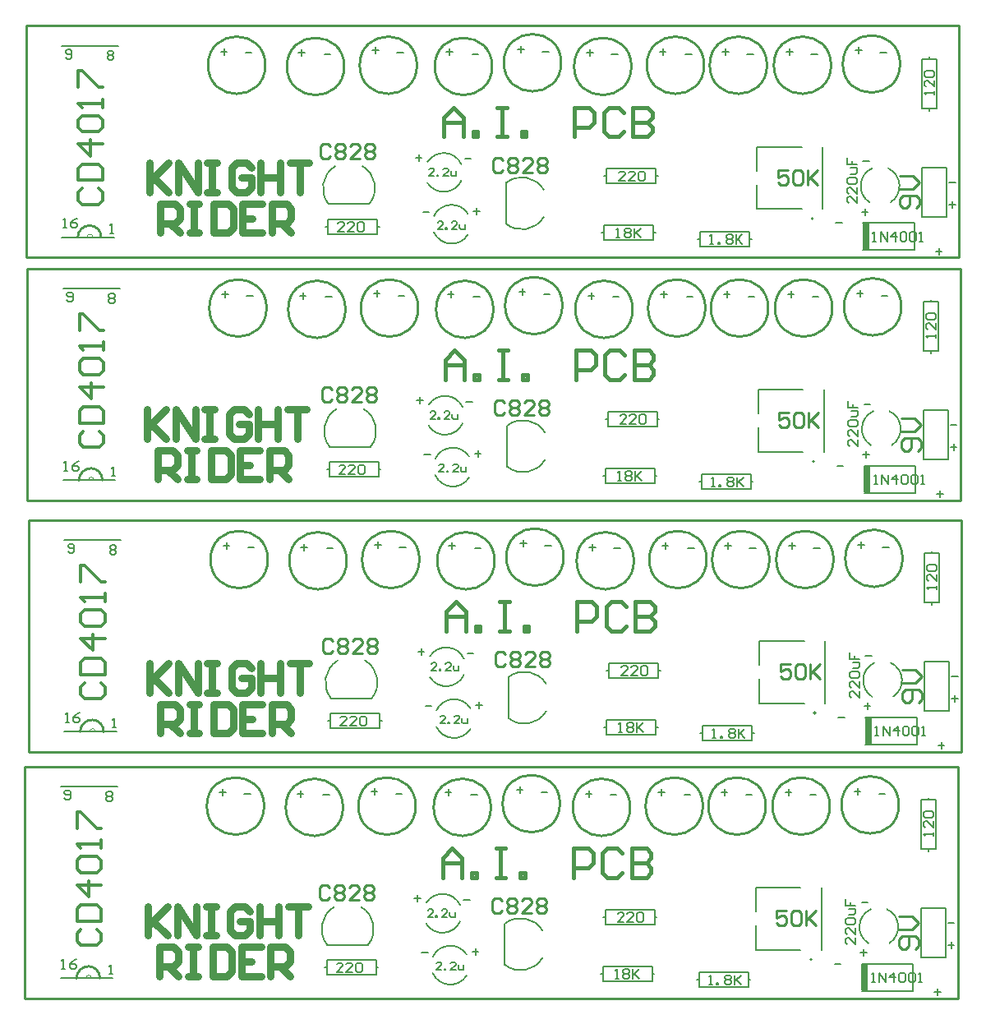
<source format=gto>
G04 Layer_Color=65535*
%FSLAX25Y25*%
%MOIN*%
G70*
G01*
G75*
%ADD26C,0.00800*%
%ADD27C,0.00000*%
%ADD28C,0.00787*%
%ADD29C,0.01000*%
%ADD30C,0.00600*%
%ADD31C,0.00500*%
%ADD32C,0.03150*%
%ADD33C,0.01575*%
%ADD34C,0.01181*%
%ADD35R,0.03150X0.11024*%
D26*
X202163Y116764D02*
G03*
X217548Y119477I6555J7811D01*
G01*
X217536Y130543D02*
G03*
X202180Y133251I-8855J-5321D01*
G01*
X146736Y124663D02*
G03*
X144023Y140049I-7811J6555D01*
G01*
X132957Y140036D02*
G03*
X130249Y124680I5321J-8855D01*
G01*
X201663Y218764D02*
G03*
X217049Y221477I6555J7811D01*
G01*
X217036Y232543D02*
G03*
X201680Y235251I-8855J-5321D01*
G01*
X146236Y226663D02*
G03*
X143523Y242049I-7811J6555D01*
G01*
X132457Y242036D02*
G03*
X129749Y226680I5321J-8855D01*
G01*
X201163Y317264D02*
G03*
X216548Y319977I6555J7811D01*
G01*
X216536Y331043D02*
G03*
X201180Y333751I-8855J-5321D01*
G01*
X145736Y325163D02*
G03*
X143023Y340548I-7811J6555D01*
G01*
X131957Y340536D02*
G03*
X129249Y325180I5321J-8855D01*
G01*
X145236Y24663D02*
G03*
X142523Y40049I-7811J6555D01*
G01*
X131457Y40036D02*
G03*
X128749Y24680I5321J-8855D01*
G01*
X200663Y16764D02*
G03*
X216049Y19477I6555J7811D01*
G01*
X216036Y30543D02*
G03*
X200680Y33251I-8855J-5321D01*
G01*
X202201Y116732D02*
Y133268D01*
X130232Y124701D02*
X146768D01*
X201701Y218732D02*
Y235268D01*
X129732Y226701D02*
X146268D01*
X201201Y317232D02*
Y333768D01*
X129232Y325201D02*
X145768D01*
X128732Y24701D02*
X145268D01*
X200701Y16732D02*
Y33268D01*
D27*
X34700Y111200D02*
G03*
X32300Y111200I-1200J0D01*
G01*
X34200Y213200D02*
G03*
X31800Y213200I-1200J0D01*
G01*
X33700Y311700D02*
G03*
X31300Y311700I-1200J0D01*
G01*
X33200Y11200D02*
G03*
X30800Y11200I-1200J0D01*
G01*
D28*
X170360Y133268D02*
G03*
X184161Y134226I6640J4232D01*
G01*
Y140774D02*
G03*
X170360Y141732I-7161J-3274D01*
G01*
X186797Y120732D02*
G03*
X172996Y119774I-6640J-4232D01*
G01*
Y113226D02*
G03*
X186797Y112268I7161J3274D01*
G01*
X326894Y118807D02*
G03*
X326894Y118807I-394J0D01*
G01*
X358232Y125360D02*
G03*
X357274Y139161I-4232J6640D01*
G01*
X350726D02*
G03*
X349768Y125360I3274J-7161D01*
G01*
X169860Y235268D02*
G03*
X183661Y236226I6640J4232D01*
G01*
Y242774D02*
G03*
X169860Y243732I-7161J-3274D01*
G01*
X186297Y222732D02*
G03*
X172496Y221774I-6640J-4232D01*
G01*
Y215226D02*
G03*
X186297Y214268I7161J3274D01*
G01*
X326394Y220807D02*
G03*
X326394Y220807I-394J0D01*
G01*
X357732Y227360D02*
G03*
X356774Y241161I-4232J6640D01*
G01*
X350226D02*
G03*
X349268Y227360I3274J-7161D01*
G01*
X169360Y333768D02*
G03*
X183161Y334726I6640J4232D01*
G01*
Y341274D02*
G03*
X169360Y342232I-7161J-3274D01*
G01*
X185797Y321232D02*
G03*
X171996Y320274I-6640J-4232D01*
G01*
Y313726D02*
G03*
X185797Y312768I7161J3274D01*
G01*
X325894Y319307D02*
G03*
X325894Y319307I-394J0D01*
G01*
X357232Y325860D02*
G03*
X356274Y339661I-4232J6640D01*
G01*
X349726D02*
G03*
X348768Y325860I3274J-7161D01*
G01*
X356732Y25360D02*
G03*
X355774Y39161I-4232J6640D01*
G01*
X349226D02*
G03*
X348268Y25360I3274J-7161D01*
G01*
X168860Y33268D02*
G03*
X182661Y34226I6640J4232D01*
G01*
Y40774D02*
G03*
X168860Y41732I-7161J-3274D01*
G01*
X325394Y18807D02*
G03*
X325394Y18807I-394J0D01*
G01*
X185297Y20732D02*
G03*
X171496Y19774I-6640J-4232D01*
G01*
Y13226D02*
G03*
X185297Y12268I7161J3274D01*
G01*
X280100Y110500D02*
X281000D01*
X301000D02*
X301900D01*
X281000D02*
Y113500D01*
X301000D01*
Y107500D02*
Y113500D01*
X281000Y107500D02*
X301000D01*
X281000D02*
Y110500D01*
X262000Y113000D02*
X262900D01*
X241100D02*
X242000D01*
X262000Y110000D02*
Y113000D01*
X242000Y110000D02*
X262000D01*
X242000D02*
Y116000D01*
X262000D01*
Y113000D02*
Y116000D01*
X129100Y115500D02*
X130000D01*
X150000D02*
X150900D01*
X130000D02*
Y118500D01*
X150000D01*
Y112500D02*
Y118500D01*
X130000Y112500D02*
X150000D01*
X130000D02*
Y115500D01*
X263000Y136000D02*
X263900D01*
X242100D02*
X243000D01*
X263000Y133000D02*
Y136000D01*
X243000Y133000D02*
X263000D01*
X243000D02*
Y139000D01*
X263000D01*
Y136000D02*
Y139000D01*
X374000Y162600D02*
Y163500D01*
Y183500D02*
Y184400D01*
X371000Y163500D02*
X374000D01*
X371000D02*
Y183500D01*
X377000D01*
Y163500D02*
Y183500D01*
X374000Y163500D02*
X377000D01*
X371000Y119500D02*
Y139500D01*
Y119500D02*
X381000D01*
Y139500D01*
X371000D02*
X381000D01*
X347067Y117012D02*
X367933D01*
X347067Y105988D02*
X367933D01*
Y117012D01*
X279600Y212500D02*
X280500D01*
X300500D02*
X301400D01*
X280500D02*
Y215500D01*
X300500D01*
Y209500D02*
Y215500D01*
X280500Y209500D02*
X300500D01*
X280500D02*
Y212500D01*
X261500Y215000D02*
X262400D01*
X240600D02*
X241500D01*
X261500Y212000D02*
Y215000D01*
X241500Y212000D02*
X261500D01*
X241500D02*
Y218000D01*
X261500D01*
Y215000D02*
Y218000D01*
X128600Y217500D02*
X129500D01*
X149500D02*
X150400D01*
X129500D02*
Y220500D01*
X149500D01*
Y214500D02*
Y220500D01*
X129500Y214500D02*
X149500D01*
X129500D02*
Y217500D01*
X262500Y238000D02*
X263400D01*
X241600D02*
X242500D01*
X262500Y235000D02*
Y238000D01*
X242500Y235000D02*
X262500D01*
X242500D02*
Y241000D01*
X262500D01*
Y238000D02*
Y241000D01*
X373500Y264600D02*
Y265500D01*
Y285500D02*
Y286400D01*
X370500Y265500D02*
X373500D01*
X370500D02*
Y285500D01*
X376500D01*
Y265500D02*
Y285500D01*
X373500Y265500D02*
X376500D01*
X370500Y221500D02*
Y241500D01*
Y221500D02*
X380500D01*
Y241500D01*
X370500D02*
X380500D01*
X346567Y219012D02*
X367433D01*
X346567Y207988D02*
X367433D01*
Y219012D01*
X279100Y311000D02*
X280000D01*
X300000D02*
X300900D01*
X280000D02*
Y314000D01*
X300000D01*
Y308000D02*
Y314000D01*
X280000Y308000D02*
X300000D01*
X280000D02*
Y311000D01*
X261000Y313500D02*
X261900D01*
X240100D02*
X241000D01*
X261000Y310500D02*
Y313500D01*
X241000Y310500D02*
X261000D01*
X241000D02*
Y316500D01*
X261000D01*
Y313500D02*
Y316500D01*
X128100Y316000D02*
X129000D01*
X149000D02*
X149900D01*
X129000D02*
Y319000D01*
X149000D01*
Y313000D02*
Y319000D01*
X129000Y313000D02*
X149000D01*
X129000D02*
Y316000D01*
X262000Y336500D02*
X262900D01*
X241100D02*
X242000D01*
X262000Y333500D02*
Y336500D01*
X242000Y333500D02*
X262000D01*
X242000D02*
Y339500D01*
X262000D01*
Y336500D02*
Y339500D01*
X373000Y363100D02*
Y364000D01*
Y384000D02*
Y384900D01*
X370000Y364000D02*
X373000D01*
X370000D02*
Y384000D01*
X376000D01*
Y364000D02*
Y384000D01*
X373000Y364000D02*
X376000D01*
X370000Y320000D02*
Y340000D01*
Y320000D02*
X380000D01*
Y340000D01*
X370000D02*
X380000D01*
X346067Y317512D02*
X366933D01*
X346067Y306488D02*
X366933D01*
Y317512D01*
X278600Y10500D02*
X279500D01*
X299500D02*
X300400D01*
X279500D02*
Y13500D01*
X299500D01*
Y7500D02*
Y13500D01*
X279500Y7500D02*
X299500D01*
X279500D02*
Y10500D01*
X345567Y17012D02*
X366433D01*
X345567Y5988D02*
X366433D01*
Y17012D01*
X260500Y13000D02*
X261400D01*
X239600D02*
X240500D01*
X260500Y10000D02*
Y13000D01*
X240500Y10000D02*
X260500D01*
X240500D02*
Y16000D01*
X260500D01*
Y13000D02*
Y16000D01*
X127600Y15500D02*
X128500D01*
X148500D02*
X149400D01*
X128500D02*
Y18500D01*
X148500D01*
Y12500D02*
Y18500D01*
X128500Y12500D02*
X148500D01*
X128500D02*
Y15500D01*
X369500Y19500D02*
Y39500D01*
Y19500D02*
X379500D01*
Y39500D01*
X369500D02*
X379500D01*
X261500Y36000D02*
X262400D01*
X240600D02*
X241500D01*
X261500Y33000D02*
Y36000D01*
X241500Y33000D02*
X261500D01*
X241500D02*
Y39000D01*
X261500D01*
Y36000D02*
Y39000D01*
X372500Y62600D02*
Y63500D01*
Y83500D02*
Y84400D01*
X369500Y63500D02*
X372500D01*
X369500D02*
Y83500D01*
X375500D01*
Y63500D02*
Y83500D01*
X372500Y63500D02*
X375500D01*
X41787Y112787D02*
X43099D01*
X42443D01*
Y116723D01*
X41787Y116067D01*
X40787Y313287D02*
X42099D01*
X41443D01*
Y317223D01*
X40787Y316567D01*
X40287Y12787D02*
X41599D01*
X40943D01*
Y16723D01*
X40287Y16067D01*
X41287Y214787D02*
X42599D01*
X41943D01*
Y218723D01*
X41287Y218067D01*
X250624Y134000D02*
X248000D01*
X250624Y136624D01*
Y137280D01*
X249968Y137936D01*
X248656D01*
X248000Y137280D01*
X254560Y134000D02*
X251936D01*
X254560Y136624D01*
Y137280D01*
X253904Y137936D01*
X252592D01*
X251936Y137280D01*
X255872D02*
X256527Y137936D01*
X257839D01*
X258495Y137280D01*
Y134656D01*
X257839Y134000D01*
X256527D01*
X255872Y134656D01*
Y137280D01*
X247000Y111000D02*
X248312D01*
X247656D01*
Y114936D01*
X247000Y114280D01*
X250280D02*
X250936Y114936D01*
X252248D01*
X252904Y114280D01*
Y113624D01*
X252248Y112968D01*
X252904Y112312D01*
Y111656D01*
X252248Y111000D01*
X250936D01*
X250280Y111656D01*
Y112312D01*
X250936Y112968D01*
X250280Y113624D01*
Y114280D01*
X250936Y112968D02*
X252248D01*
X254216Y114936D02*
Y111000D01*
Y112312D01*
X256839Y114936D01*
X254872Y112968D01*
X256839Y111000D01*
X285000Y108500D02*
X286312D01*
X285656D01*
Y112436D01*
X285000Y111780D01*
X288280Y108500D02*
Y109156D01*
X288936D01*
Y108500D01*
X288280D01*
X291560Y111780D02*
X292215Y112436D01*
X293527D01*
X294183Y111780D01*
Y111124D01*
X293527Y110468D01*
X294183Y109812D01*
Y109156D01*
X293527Y108500D01*
X292215D01*
X291560Y109156D01*
Y109812D01*
X292215Y110468D01*
X291560Y111124D01*
Y111780D01*
X292215Y110468D02*
X293527D01*
X295495Y112436D02*
Y108500D01*
Y109812D01*
X298119Y112436D01*
X296151Y110468D01*
X298119Y108500D01*
X376000Y169000D02*
Y170312D01*
Y169656D01*
X372064D01*
X372720Y169000D01*
X376000Y174904D02*
Y172280D01*
X373376Y174904D01*
X372720D01*
X372064Y174248D01*
Y172936D01*
X372720Y172280D01*
Y176216D02*
X372064Y176872D01*
Y178183D01*
X372720Y178839D01*
X375344D01*
X376000Y178183D01*
Y176872D01*
X375344Y176216D01*
X372720D01*
X344500Y127624D02*
Y125000D01*
X341876Y127624D01*
X341220D01*
X340564Y126968D01*
Y125656D01*
X341220Y125000D01*
X344500Y131560D02*
Y128936D01*
X341876Y131560D01*
X341220D01*
X340564Y130904D01*
Y129592D01*
X341220Y128936D01*
Y132871D02*
X340564Y133527D01*
Y134839D01*
X341220Y135495D01*
X343844D01*
X344500Y134839D01*
Y133527D01*
X343844Y132871D01*
X341220D01*
X341876Y136807D02*
X343844D01*
X344500Y137463D01*
Y139431D01*
X341876D01*
X340564Y143367D02*
Y140743D01*
X342532D01*
Y142055D01*
Y140743D01*
X344500D01*
X351000Y109500D02*
X352312D01*
X351656D01*
Y113436D01*
X351000Y112780D01*
X354280Y109500D02*
Y113436D01*
X356904Y109500D01*
Y113436D01*
X360183Y109500D02*
Y113436D01*
X358215Y111468D01*
X360839D01*
X362151Y112780D02*
X362807Y113436D01*
X364119D01*
X364775Y112780D01*
Y110156D01*
X364119Y109500D01*
X362807D01*
X362151Y110156D01*
Y112780D01*
X366087D02*
X366743Y113436D01*
X368055D01*
X368711Y112780D01*
Y110156D01*
X368055Y109500D01*
X366743D01*
X366087Y110156D01*
Y112780D01*
X370023Y109500D02*
X371335D01*
X370679D01*
Y113436D01*
X370023Y112780D01*
X173099Y136000D02*
X171000D01*
X173099Y138099D01*
Y138624D01*
X172574Y139149D01*
X171525D01*
X171000Y138624D01*
X174149Y136000D02*
Y136525D01*
X174673D01*
Y136000D01*
X174149D01*
X178872D02*
X176772D01*
X178872Y138099D01*
Y138624D01*
X178347Y139149D01*
X177297D01*
X176772Y138624D01*
X179921Y138099D02*
Y136525D01*
X180446Y136000D01*
X182020D01*
Y138099D01*
X86500Y186468D02*
X89124D01*
X87812Y187780D02*
Y185156D01*
X118000Y185968D02*
X120624D01*
X119312Y187280D02*
Y184656D01*
X148000Y186968D02*
X150624D01*
X149312Y188280D02*
Y185656D01*
X178000Y186468D02*
X180624D01*
X179312Y187780D02*
Y185156D01*
X207000Y187468D02*
X209624D01*
X208312Y188780D02*
Y186156D01*
X235000Y185968D02*
X237624D01*
X236312Y187280D02*
Y184656D01*
X264500Y186468D02*
X267124D01*
X265812Y187780D02*
Y185156D01*
X290000Y186468D02*
X292624D01*
X291312Y187780D02*
Y185156D01*
X316000Y186468D02*
X318624D01*
X317312Y187780D02*
Y185156D01*
X344000Y186968D02*
X346624D01*
X345312Y188280D02*
Y185656D01*
X96500Y185968D02*
X99124D01*
X128500Y185468D02*
X131124D01*
X158000Y185968D02*
X160624D01*
X188500Y185468D02*
X191124D01*
X217000Y186468D02*
X219624D01*
X245000Y185468D02*
X247624D01*
X275000D02*
X277624D01*
X300000D02*
X302624D01*
X326000D02*
X328624D01*
X354000Y185968D02*
X356624D01*
X176599Y114500D02*
X174500D01*
X176599Y116599D01*
Y117124D01*
X176074Y117649D01*
X175025D01*
X174500Y117124D01*
X177649Y114500D02*
Y115025D01*
X178173D01*
Y114500D01*
X177649D01*
X182371D02*
X180272D01*
X182371Y116599D01*
Y117124D01*
X181847Y117649D01*
X180797D01*
X180272Y117124D01*
X183421Y116599D02*
Y115025D01*
X183946Y114500D01*
X185520D01*
Y116599D01*
X382000Y124468D02*
X384624D01*
X383312Y125780D02*
Y123156D01*
X382000Y133468D02*
X384624D01*
X136624Y113500D02*
X134000D01*
X136624Y116124D01*
Y116780D01*
X135968Y117436D01*
X134656D01*
X134000Y116780D01*
X140560Y113500D02*
X137936D01*
X140560Y116124D01*
Y116780D01*
X139904Y117436D01*
X138592D01*
X137936Y116780D01*
X141872D02*
X142527Y117436D01*
X143839D01*
X144495Y116780D01*
Y114156D01*
X143839Y113500D01*
X142527D01*
X141872Y114156D01*
Y116780D01*
X165500Y143468D02*
X168124D01*
X166812Y144780D02*
Y142156D01*
X189009Y121862D02*
X191633D01*
X190321Y123174D02*
Y120551D01*
X185500Y142968D02*
X188124D01*
X168500Y121468D02*
X171124D01*
X346500D02*
X349124D01*
X347812Y122780D02*
Y120156D01*
X347000Y141968D02*
X349624D01*
X336000Y116968D02*
X338624D01*
X376500Y105468D02*
X379124D01*
X377812Y106780D02*
Y104156D01*
X40500Y186280D02*
X41156Y186936D01*
X42468D01*
X43124Y186280D01*
Y185624D01*
X42468Y184968D01*
X43124Y184312D01*
Y183656D01*
X42468Y183000D01*
X41156D01*
X40500Y183656D01*
Y184312D01*
X41156Y184968D01*
X40500Y185624D01*
Y186280D01*
X41156Y184968D02*
X42468D01*
X23500Y184156D02*
X24156Y183500D01*
X25468D01*
X26124Y184156D01*
Y186780D01*
X25468Y187436D01*
X24156D01*
X23500Y186780D01*
Y186124D01*
X24156Y185468D01*
X26124D01*
X22500Y115000D02*
X23812D01*
X23156D01*
Y118936D01*
X22500Y118280D01*
X28404Y118936D02*
X27092Y118280D01*
X25780Y116968D01*
Y115656D01*
X26436Y115000D01*
X27748D01*
X28404Y115656D01*
Y116312D01*
X27748Y116968D01*
X25780D01*
X250124Y236000D02*
X247500D01*
X250124Y238624D01*
Y239280D01*
X249468Y239936D01*
X248156D01*
X247500Y239280D01*
X254060Y236000D02*
X251436D01*
X254060Y238624D01*
Y239280D01*
X253404Y239936D01*
X252092D01*
X251436Y239280D01*
X255371D02*
X256027Y239936D01*
X257339D01*
X257995Y239280D01*
Y236656D01*
X257339Y236000D01*
X256027D01*
X255371Y236656D01*
Y239280D01*
X246500Y213000D02*
X247812D01*
X247156D01*
Y216936D01*
X246500Y216280D01*
X249780D02*
X250436Y216936D01*
X251748D01*
X252404Y216280D01*
Y215624D01*
X251748Y214968D01*
X252404Y214312D01*
Y213656D01*
X251748Y213000D01*
X250436D01*
X249780Y213656D01*
Y214312D01*
X250436Y214968D01*
X249780Y215624D01*
Y216280D01*
X250436Y214968D02*
X251748D01*
X253715Y216936D02*
Y213000D01*
Y214312D01*
X256339Y216936D01*
X254372Y214968D01*
X256339Y213000D01*
X284500Y210500D02*
X285812D01*
X285156D01*
Y214436D01*
X284500Y213780D01*
X287780Y210500D02*
Y211156D01*
X288436D01*
Y210500D01*
X287780D01*
X291060Y213780D02*
X291716Y214436D01*
X293027D01*
X293683Y213780D01*
Y213124D01*
X293027Y212468D01*
X293683Y211812D01*
Y211156D01*
X293027Y210500D01*
X291716D01*
X291060Y211156D01*
Y211812D01*
X291716Y212468D01*
X291060Y213124D01*
Y213780D01*
X291716Y212468D02*
X293027D01*
X294995Y214436D02*
Y210500D01*
Y211812D01*
X297619Y214436D01*
X295651Y212468D01*
X297619Y210500D01*
X375500Y271000D02*
Y272312D01*
Y271656D01*
X371564D01*
X372220Y271000D01*
X375500Y276904D02*
Y274280D01*
X372876Y276904D01*
X372220D01*
X371564Y276248D01*
Y274936D01*
X372220Y274280D01*
Y278216D02*
X371564Y278871D01*
Y280183D01*
X372220Y280839D01*
X374844D01*
X375500Y280183D01*
Y278871D01*
X374844Y278216D01*
X372220D01*
X344000Y229624D02*
Y227000D01*
X341376Y229624D01*
X340720D01*
X340064Y228968D01*
Y227656D01*
X340720Y227000D01*
X344000Y233560D02*
Y230936D01*
X341376Y233560D01*
X340720D01*
X340064Y232904D01*
Y231592D01*
X340720Y230936D01*
Y234872D02*
X340064Y235527D01*
Y236839D01*
X340720Y237495D01*
X343344D01*
X344000Y236839D01*
Y235527D01*
X343344Y234872D01*
X340720D01*
X341376Y238807D02*
X343344D01*
X344000Y239463D01*
Y241431D01*
X341376D01*
X340064Y245367D02*
Y242743D01*
X342032D01*
Y244055D01*
Y242743D01*
X344000D01*
X350500Y211500D02*
X351812D01*
X351156D01*
Y215436D01*
X350500Y214780D01*
X353780Y211500D02*
Y215436D01*
X356404Y211500D01*
Y215436D01*
X359683Y211500D02*
Y215436D01*
X357716Y213468D01*
X360339D01*
X361651Y214780D02*
X362307Y215436D01*
X363619D01*
X364275Y214780D01*
Y212156D01*
X363619Y211500D01*
X362307D01*
X361651Y212156D01*
Y214780D01*
X365587D02*
X366243Y215436D01*
X367555D01*
X368211Y214780D01*
Y212156D01*
X367555Y211500D01*
X366243D01*
X365587Y212156D01*
Y214780D01*
X369523Y211500D02*
X370835D01*
X370179D01*
Y215436D01*
X369523Y214780D01*
X172599Y238000D02*
X170500D01*
X172599Y240099D01*
Y240624D01*
X172074Y241149D01*
X171025D01*
X170500Y240624D01*
X173649Y238000D02*
Y238525D01*
X174173D01*
Y238000D01*
X173649D01*
X178372D02*
X176272D01*
X178372Y240099D01*
Y240624D01*
X177847Y241149D01*
X176797D01*
X176272Y240624D01*
X179421Y240099D02*
Y238525D01*
X179946Y238000D01*
X181520D01*
Y240099D01*
X86000Y288468D02*
X88624D01*
X87312Y289780D02*
Y287156D01*
X117500Y287968D02*
X120124D01*
X118812Y289280D02*
Y286656D01*
X147500Y288968D02*
X150124D01*
X148812Y290280D02*
Y287656D01*
X177500Y288468D02*
X180124D01*
X178812Y289780D02*
Y287156D01*
X206500Y289468D02*
X209124D01*
X207812Y290780D02*
Y288156D01*
X234500Y287968D02*
X237124D01*
X235812Y289280D02*
Y286656D01*
X264000Y288468D02*
X266624D01*
X265312Y289780D02*
Y287156D01*
X289500Y288468D02*
X292124D01*
X290812Y289780D02*
Y287156D01*
X315500Y288468D02*
X318124D01*
X316812Y289780D02*
Y287156D01*
X343500Y288968D02*
X346124D01*
X344812Y290280D02*
Y287656D01*
X96000Y287968D02*
X98624D01*
X128000Y287468D02*
X130624D01*
X157500Y287968D02*
X160124D01*
X188000Y287468D02*
X190624D01*
X216500Y288468D02*
X219124D01*
X244500Y287468D02*
X247124D01*
X274500D02*
X277124D01*
X299500D02*
X302124D01*
X325500D02*
X328124D01*
X353500Y287968D02*
X356124D01*
X176099Y216500D02*
X174000D01*
X176099Y218599D01*
Y219124D01*
X175574Y219649D01*
X174525D01*
X174000Y219124D01*
X177149Y216500D02*
Y217025D01*
X177673D01*
Y216500D01*
X177149D01*
X181871D02*
X179772D01*
X181871Y218599D01*
Y219124D01*
X181347Y219649D01*
X180297D01*
X179772Y219124D01*
X182921Y218599D02*
Y217025D01*
X183446Y216500D01*
X185020D01*
Y218599D01*
X381500Y226468D02*
X384124D01*
X382812Y227780D02*
Y225156D01*
X381500Y235468D02*
X384124D01*
X136124Y215500D02*
X133500D01*
X136124Y218124D01*
Y218780D01*
X135468Y219436D01*
X134156D01*
X133500Y218780D01*
X140060Y215500D02*
X137436D01*
X140060Y218124D01*
Y218780D01*
X139404Y219436D01*
X138092D01*
X137436Y218780D01*
X141372D02*
X142027Y219436D01*
X143339D01*
X143995Y218780D01*
Y216156D01*
X143339Y215500D01*
X142027D01*
X141372Y216156D01*
Y218780D01*
X165000Y245468D02*
X167624D01*
X166312Y246780D02*
Y244156D01*
X188509Y223863D02*
X191133D01*
X189821Y225174D02*
Y222551D01*
X185000Y244968D02*
X187624D01*
X168000Y223468D02*
X170624D01*
X346000D02*
X348624D01*
X347312Y224780D02*
Y222156D01*
X346500Y243968D02*
X349124D01*
X335500Y218968D02*
X338124D01*
X376000Y207468D02*
X378624D01*
X377312Y208780D02*
Y206156D01*
X40000Y288280D02*
X40656Y288936D01*
X41968D01*
X42624Y288280D01*
Y287624D01*
X41968Y286968D01*
X42624Y286312D01*
Y285656D01*
X41968Y285000D01*
X40656D01*
X40000Y285656D01*
Y286312D01*
X40656Y286968D01*
X40000Y287624D01*
Y288280D01*
X40656Y286968D02*
X41968D01*
X23000Y286156D02*
X23656Y285500D01*
X24968D01*
X25624Y286156D01*
Y288780D01*
X24968Y289436D01*
X23656D01*
X23000Y288780D01*
Y288124D01*
X23656Y287468D01*
X25624D01*
X22000Y217000D02*
X23312D01*
X22656D01*
Y220936D01*
X22000Y220280D01*
X27904Y220936D02*
X26592Y220280D01*
X25280Y218968D01*
Y217656D01*
X25936Y217000D01*
X27248D01*
X27904Y217656D01*
Y218312D01*
X27248Y218968D01*
X25280D01*
X249624Y334500D02*
X247000D01*
X249624Y337124D01*
Y337780D01*
X248968Y338436D01*
X247656D01*
X247000Y337780D01*
X253560Y334500D02*
X250936D01*
X253560Y337124D01*
Y337780D01*
X252904Y338436D01*
X251592D01*
X250936Y337780D01*
X254872D02*
X255527Y338436D01*
X256839D01*
X257495Y337780D01*
Y335156D01*
X256839Y334500D01*
X255527D01*
X254872Y335156D01*
Y337780D01*
X246000Y311500D02*
X247312D01*
X246656D01*
Y315436D01*
X246000Y314780D01*
X249280D02*
X249936Y315436D01*
X251248D01*
X251904Y314780D01*
Y314124D01*
X251248Y313468D01*
X251904Y312812D01*
Y312156D01*
X251248Y311500D01*
X249936D01*
X249280Y312156D01*
Y312812D01*
X249936Y313468D01*
X249280Y314124D01*
Y314780D01*
X249936Y313468D02*
X251248D01*
X253216Y315436D02*
Y311500D01*
Y312812D01*
X255839Y315436D01*
X253871Y313468D01*
X255839Y311500D01*
X284000Y309000D02*
X285312D01*
X284656D01*
Y312936D01*
X284000Y312280D01*
X287280Y309000D02*
Y309656D01*
X287936D01*
Y309000D01*
X287280D01*
X290560Y312280D02*
X291215Y312936D01*
X292527D01*
X293183Y312280D01*
Y311624D01*
X292527Y310968D01*
X293183Y310312D01*
Y309656D01*
X292527Y309000D01*
X291215D01*
X290560Y309656D01*
Y310312D01*
X291215Y310968D01*
X290560Y311624D01*
Y312280D01*
X291215Y310968D02*
X292527D01*
X294495Y312936D02*
Y309000D01*
Y310312D01*
X297119Y312936D01*
X295151Y310968D01*
X297119Y309000D01*
X375000Y369500D02*
Y370812D01*
Y370156D01*
X371064D01*
X371720Y369500D01*
X375000Y375404D02*
Y372780D01*
X372376Y375404D01*
X371720D01*
X371064Y374748D01*
Y373436D01*
X371720Y372780D01*
Y376715D02*
X371064Y377372D01*
Y378683D01*
X371720Y379339D01*
X374344D01*
X375000Y378683D01*
Y377372D01*
X374344Y376715D01*
X371720D01*
X343500Y328124D02*
Y325500D01*
X340876Y328124D01*
X340220D01*
X339564Y327468D01*
Y326156D01*
X340220Y325500D01*
X343500Y332060D02*
Y329436D01*
X340876Y332060D01*
X340220D01*
X339564Y331404D01*
Y330092D01*
X340220Y329436D01*
Y333371D02*
X339564Y334027D01*
Y335339D01*
X340220Y335995D01*
X342844D01*
X343500Y335339D01*
Y334027D01*
X342844Y333371D01*
X340220D01*
X340876Y337307D02*
X342844D01*
X343500Y337963D01*
Y339931D01*
X340876D01*
X339564Y343867D02*
Y341243D01*
X341532D01*
Y342555D01*
Y341243D01*
X343500D01*
X350000Y310000D02*
X351312D01*
X350656D01*
Y313936D01*
X350000Y313280D01*
X353280Y310000D02*
Y313936D01*
X355904Y310000D01*
Y313936D01*
X359183Y310000D02*
Y313936D01*
X357215Y311968D01*
X359839D01*
X361151Y313280D02*
X361807Y313936D01*
X363119D01*
X363775Y313280D01*
Y310656D01*
X363119Y310000D01*
X361807D01*
X361151Y310656D01*
Y313280D01*
X365087D02*
X365743Y313936D01*
X367055D01*
X367711Y313280D01*
Y310656D01*
X367055Y310000D01*
X365743D01*
X365087Y310656D01*
Y313280D01*
X369023Y310000D02*
X370335D01*
X369679D01*
Y313936D01*
X369023Y313280D01*
X172099Y336500D02*
X170000D01*
X172099Y338599D01*
Y339124D01*
X171574Y339649D01*
X170525D01*
X170000Y339124D01*
X173149Y336500D02*
Y337025D01*
X173673D01*
Y336500D01*
X173149D01*
X177872D02*
X175772D01*
X177872Y338599D01*
Y339124D01*
X177347Y339649D01*
X176297D01*
X175772Y339124D01*
X178921Y338599D02*
Y337025D01*
X179446Y336500D01*
X181020D01*
Y338599D01*
X85500Y386968D02*
X88124D01*
X86812Y388280D02*
Y385656D01*
X117000Y386468D02*
X119624D01*
X118312Y387780D02*
Y385156D01*
X147000Y387468D02*
X149624D01*
X148312Y388780D02*
Y386156D01*
X177000Y386968D02*
X179624D01*
X178312Y388280D02*
Y385656D01*
X206000Y387968D02*
X208624D01*
X207312Y389280D02*
Y386656D01*
X234000Y386468D02*
X236624D01*
X235312Y387780D02*
Y385156D01*
X263500Y386968D02*
X266124D01*
X264812Y388280D02*
Y385656D01*
X289000Y386968D02*
X291624D01*
X290312Y388280D02*
Y385656D01*
X315000Y386968D02*
X317624D01*
X316312Y388280D02*
Y385656D01*
X343000Y387468D02*
X345624D01*
X344312Y388780D02*
Y386156D01*
X95500Y386468D02*
X98124D01*
X127500Y385968D02*
X130124D01*
X157000Y386468D02*
X159624D01*
X187500Y385968D02*
X190124D01*
X216000Y386968D02*
X218624D01*
X244000Y385968D02*
X246624D01*
X274000D02*
X276624D01*
X299000D02*
X301624D01*
X325000D02*
X327624D01*
X353000Y386468D02*
X355624D01*
X175599Y315000D02*
X173500D01*
X175599Y317099D01*
Y317624D01*
X175074Y318149D01*
X174025D01*
X173500Y317624D01*
X176649Y315000D02*
Y315525D01*
X177173D01*
Y315000D01*
X176649D01*
X181371D02*
X179272D01*
X181371Y317099D01*
Y317624D01*
X180847Y318149D01*
X179797D01*
X179272Y317624D01*
X182421Y317099D02*
Y315525D01*
X182946Y315000D01*
X184520D01*
Y317099D01*
X381000Y324968D02*
X383624D01*
X382312Y326280D02*
Y323656D01*
X381000Y333968D02*
X383624D01*
X135624Y314000D02*
X133000D01*
X135624Y316624D01*
Y317280D01*
X134968Y317936D01*
X133656D01*
X133000Y317280D01*
X139560Y314000D02*
X136936D01*
X139560Y316624D01*
Y317280D01*
X138904Y317936D01*
X137592D01*
X136936Y317280D01*
X140872D02*
X141527Y317936D01*
X142839D01*
X143495Y317280D01*
Y314656D01*
X142839Y314000D01*
X141527D01*
X140872Y314656D01*
Y317280D01*
X164500Y343968D02*
X167124D01*
X165812Y345280D02*
Y342656D01*
X188009Y322362D02*
X190633D01*
X189321Y323674D02*
Y321051D01*
X184500Y343468D02*
X187124D01*
X167500Y321968D02*
X170124D01*
X345500D02*
X348124D01*
X346812Y323280D02*
Y320656D01*
X346000Y342468D02*
X348624D01*
X335000Y317468D02*
X337624D01*
X375500Y305968D02*
X378124D01*
X376812Y307280D02*
Y304656D01*
X39500Y386780D02*
X40156Y387436D01*
X41468D01*
X42124Y386780D01*
Y386124D01*
X41468Y385468D01*
X42124Y384812D01*
Y384156D01*
X41468Y383500D01*
X40156D01*
X39500Y384156D01*
Y384812D01*
X40156Y385468D01*
X39500Y386124D01*
Y386780D01*
X40156Y385468D02*
X41468D01*
X22500Y384656D02*
X23156Y384000D01*
X24468D01*
X25124Y384656D01*
Y387280D01*
X24468Y387936D01*
X23156D01*
X22500Y387280D01*
Y386624D01*
X23156Y385968D01*
X25124D01*
X21500Y315500D02*
X22812D01*
X22156D01*
Y319436D01*
X21500Y318780D01*
X27404Y319436D02*
X26092Y318780D01*
X24780Y317468D01*
Y316156D01*
X25436Y315500D01*
X26748D01*
X27404Y316156D01*
Y316812D01*
X26748Y317468D01*
X24780D01*
X21000Y15000D02*
X22312D01*
X21656D01*
Y18936D01*
X21000Y18280D01*
X26904Y18936D02*
X25592Y18280D01*
X24280Y16968D01*
Y15656D01*
X24936Y15000D01*
X26248D01*
X26904Y15656D01*
Y16312D01*
X26248Y16968D01*
X24280D01*
X22000Y84156D02*
X22656Y83500D01*
X23968D01*
X24624Y84156D01*
Y86780D01*
X23968Y87436D01*
X22656D01*
X22000Y86780D01*
Y86124D01*
X22656Y85468D01*
X24624D01*
X39000Y86280D02*
X39656Y86936D01*
X40968D01*
X41624Y86280D01*
Y85624D01*
X40968Y84968D01*
X41624Y84312D01*
Y83656D01*
X40968Y83000D01*
X39656D01*
X39000Y83656D01*
Y84312D01*
X39656Y84968D01*
X39000Y85624D01*
Y86280D01*
X39656Y84968D02*
X40968D01*
X375000Y5468D02*
X377624D01*
X376312Y6780D02*
Y4156D01*
X334500Y16968D02*
X337124D01*
X345500Y41968D02*
X348124D01*
X345000Y21468D02*
X347624D01*
X346312Y22780D02*
Y20156D01*
X167000Y21468D02*
X169624D01*
X184000Y42968D02*
X186624D01*
X187509Y21862D02*
X190133D01*
X188821Y23174D02*
Y20551D01*
X164000Y43468D02*
X166624D01*
X165312Y44780D02*
Y42156D01*
X135124Y13500D02*
X132500D01*
X135124Y16124D01*
Y16780D01*
X134468Y17436D01*
X133156D01*
X132500Y16780D01*
X139060Y13500D02*
X136436D01*
X139060Y16124D01*
Y16780D01*
X138404Y17436D01*
X137092D01*
X136436Y16780D01*
X140372D02*
X141027Y17436D01*
X142339D01*
X142995Y16780D01*
Y14156D01*
X142339Y13500D01*
X141027D01*
X140372Y14156D01*
Y16780D01*
X380500Y33468D02*
X383124D01*
X380500Y24468D02*
X383124D01*
X381812Y25780D02*
Y23156D01*
X175099Y14500D02*
X173000D01*
X175099Y16599D01*
Y17124D01*
X174574Y17649D01*
X173525D01*
X173000Y17124D01*
X176149Y14500D02*
Y15025D01*
X176673D01*
Y14500D01*
X176149D01*
X180871D02*
X178772D01*
X180871Y16599D01*
Y17124D01*
X180347Y17649D01*
X179297D01*
X178772Y17124D01*
X181921Y16599D02*
Y15025D01*
X182446Y14500D01*
X184020D01*
Y16599D01*
X352500Y85968D02*
X355124D01*
X324500Y85468D02*
X327124D01*
X298500D02*
X301124D01*
X273500D02*
X276124D01*
X243500D02*
X246124D01*
X215500Y86468D02*
X218124D01*
X187000Y85468D02*
X189624D01*
X156500Y85968D02*
X159124D01*
X127000Y85468D02*
X129624D01*
X95000Y85968D02*
X97624D01*
X342500Y86968D02*
X345124D01*
X343812Y88280D02*
Y85656D01*
X314500Y86468D02*
X317124D01*
X315812Y87780D02*
Y85156D01*
X288500Y86468D02*
X291124D01*
X289812Y87780D02*
Y85156D01*
X263000Y86468D02*
X265624D01*
X264312Y87780D02*
Y85156D01*
X233500Y85968D02*
X236124D01*
X234812Y87280D02*
Y84656D01*
X205500Y87468D02*
X208124D01*
X206812Y88780D02*
Y86156D01*
X176500Y86468D02*
X179124D01*
X177812Y87780D02*
Y85156D01*
X146500Y86968D02*
X149124D01*
X147812Y88280D02*
Y85656D01*
X116500Y85968D02*
X119124D01*
X117812Y87280D02*
Y84656D01*
X85000Y86468D02*
X87624D01*
X86312Y87780D02*
Y85156D01*
X171599Y36000D02*
X169500D01*
X171599Y38099D01*
Y38624D01*
X171074Y39149D01*
X170025D01*
X169500Y38624D01*
X172649Y36000D02*
Y36525D01*
X173173D01*
Y36000D01*
X172649D01*
X177372D02*
X175272D01*
X177372Y38099D01*
Y38624D01*
X176847Y39149D01*
X175797D01*
X175272Y38624D01*
X178421Y38099D02*
Y36525D01*
X178946Y36000D01*
X180520D01*
Y38099D01*
X349500Y9500D02*
X350812D01*
X350156D01*
Y13436D01*
X349500Y12780D01*
X352780Y9500D02*
Y13436D01*
X355404Y9500D01*
Y13436D01*
X358683Y9500D02*
Y13436D01*
X356715Y11468D01*
X359339D01*
X360651Y12780D02*
X361307Y13436D01*
X362619D01*
X363275Y12780D01*
Y10156D01*
X362619Y9500D01*
X361307D01*
X360651Y10156D01*
Y12780D01*
X364587D02*
X365243Y13436D01*
X366555D01*
X367211Y12780D01*
Y10156D01*
X366555Y9500D01*
X365243D01*
X364587Y10156D01*
Y12780D01*
X368523Y9500D02*
X369835D01*
X369179D01*
Y13436D01*
X368523Y12780D01*
X343000Y27624D02*
Y25000D01*
X340376Y27624D01*
X339720D01*
X339064Y26968D01*
Y25656D01*
X339720Y25000D01*
X343000Y31560D02*
Y28936D01*
X340376Y31560D01*
X339720D01*
X339064Y30904D01*
Y29592D01*
X339720Y28936D01*
Y32871D02*
X339064Y33527D01*
Y34839D01*
X339720Y35495D01*
X342344D01*
X343000Y34839D01*
Y33527D01*
X342344Y32871D01*
X339720D01*
X340376Y36807D02*
X342344D01*
X343000Y37463D01*
Y39431D01*
X340376D01*
X339064Y43367D02*
Y40743D01*
X341032D01*
Y42055D01*
Y40743D01*
X343000D01*
X374500Y69000D02*
Y70312D01*
Y69656D01*
X370564D01*
X371220Y69000D01*
X374500Y74904D02*
Y72280D01*
X371876Y74904D01*
X371220D01*
X370564Y74248D01*
Y72936D01*
X371220Y72280D01*
Y76215D02*
X370564Y76872D01*
Y78183D01*
X371220Y78839D01*
X373844D01*
X374500Y78183D01*
Y76872D01*
X373844Y76215D01*
X371220D01*
X283500Y8500D02*
X284812D01*
X284156D01*
Y12436D01*
X283500Y11780D01*
X286780Y8500D02*
Y9156D01*
X287436D01*
Y8500D01*
X286780D01*
X290060Y11780D02*
X290716Y12436D01*
X292027D01*
X292683Y11780D01*
Y11124D01*
X292027Y10468D01*
X292683Y9812D01*
Y9156D01*
X292027Y8500D01*
X290716D01*
X290060Y9156D01*
Y9812D01*
X290716Y10468D01*
X290060Y11124D01*
Y11780D01*
X290716Y10468D02*
X292027D01*
X293995Y12436D02*
Y8500D01*
Y9812D01*
X296619Y12436D01*
X294651Y10468D01*
X296619Y8500D01*
X245500Y11000D02*
X246812D01*
X246156D01*
Y14936D01*
X245500Y14280D01*
X248780D02*
X249436Y14936D01*
X250748D01*
X251404Y14280D01*
Y13624D01*
X250748Y12968D01*
X251404Y12312D01*
Y11656D01*
X250748Y11000D01*
X249436D01*
X248780Y11656D01*
Y12312D01*
X249436Y12968D01*
X248780Y13624D01*
Y14280D01*
X249436Y12968D02*
X250748D01*
X252715Y14936D02*
Y11000D01*
Y12312D01*
X255339Y14936D01*
X253372Y12968D01*
X255339Y11000D01*
X249124Y34000D02*
X246500D01*
X249124Y36624D01*
Y37280D01*
X248468Y37936D01*
X247156D01*
X246500Y37280D01*
X253060Y34000D02*
X250436D01*
X253060Y36624D01*
Y37280D01*
X252404Y37936D01*
X251092D01*
X250436Y37280D01*
X254372D02*
X255027Y37936D01*
X256339D01*
X256995Y37280D01*
Y34656D01*
X256339Y34000D01*
X255027D01*
X254372Y34656D01*
Y37280D01*
D29*
X362114Y181500D02*
G03*
X362114Y181500I-11614J0D01*
G01*
X334114Y181000D02*
G03*
X334114Y181000I-11614J0D01*
G01*
X308114D02*
G03*
X308114Y181000I-11614J0D01*
G01*
X282614D02*
G03*
X282614Y181000I-11614J0D01*
G01*
X253114Y180500D02*
G03*
X253114Y180500I-11614J0D01*
G01*
X224614Y182000D02*
G03*
X224614Y182000I-11614J0D01*
G01*
X196614Y180500D02*
G03*
X196614Y180500I-11614J0D01*
G01*
X166114Y181000D02*
G03*
X166114Y181000I-11614J0D01*
G01*
X136614Y180500D02*
G03*
X136614Y180500I-11614J0D01*
G01*
X104614Y181000D02*
G03*
X104614Y181000I-11614J0D01*
G01*
X38000Y111200D02*
G03*
X33500Y116000I-4650J150D01*
G01*
D02*
G03*
X28500Y111200I-100J-4900D01*
G01*
X361614Y283500D02*
G03*
X361614Y283500I-11614J0D01*
G01*
X333614Y283000D02*
G03*
X333614Y283000I-11614J0D01*
G01*
X307614D02*
G03*
X307614Y283000I-11614J0D01*
G01*
X282114D02*
G03*
X282114Y283000I-11614J0D01*
G01*
X252614Y282500D02*
G03*
X252614Y282500I-11614J0D01*
G01*
X224114Y284000D02*
G03*
X224114Y284000I-11614J0D01*
G01*
X196114Y282500D02*
G03*
X196114Y282500I-11614J0D01*
G01*
X165614Y283000D02*
G03*
X165614Y283000I-11614J0D01*
G01*
X136114Y282500D02*
G03*
X136114Y282500I-11614J0D01*
G01*
X104114Y283000D02*
G03*
X104114Y283000I-11614J0D01*
G01*
X37500Y213200D02*
G03*
X33000Y218000I-4650J150D01*
G01*
D02*
G03*
X28000Y213200I-100J-4900D01*
G01*
X361114Y382000D02*
G03*
X361114Y382000I-11614J0D01*
G01*
X333114Y381500D02*
G03*
X333114Y381500I-11614J0D01*
G01*
X307114D02*
G03*
X307114Y381500I-11614J0D01*
G01*
X281614D02*
G03*
X281614Y381500I-11614J0D01*
G01*
X252114Y381000D02*
G03*
X252114Y381000I-11614J0D01*
G01*
X223614Y382500D02*
G03*
X223614Y382500I-11614J0D01*
G01*
X195614Y381000D02*
G03*
X195614Y381000I-11614J0D01*
G01*
X165114Y381500D02*
G03*
X165114Y381500I-11614J0D01*
G01*
X135614Y381000D02*
G03*
X135614Y381000I-11614J0D01*
G01*
X103614Y381500D02*
G03*
X103614Y381500I-11614J0D01*
G01*
X37000Y311700D02*
G03*
X32500Y316500I-4650J150D01*
G01*
D02*
G03*
X27500Y311700I-100J-4900D01*
G01*
X32000Y16000D02*
G03*
X27000Y11200I-100J-4900D01*
G01*
X36500D02*
G03*
X32000Y16000I-4650J150D01*
G01*
X332614Y81000D02*
G03*
X332614Y81000I-11614J0D01*
G01*
X103114D02*
G03*
X103114Y81000I-11614J0D01*
G01*
X135114Y80500D02*
G03*
X135114Y80500I-11614J0D01*
G01*
X164614Y81000D02*
G03*
X164614Y81000I-11614J0D01*
G01*
X195114Y80500D02*
G03*
X195114Y80500I-11614J0D01*
G01*
X223114Y82000D02*
G03*
X223114Y82000I-11614J0D01*
G01*
X251614Y80500D02*
G03*
X251614Y80500I-11614J0D01*
G01*
X281114Y81000D02*
G03*
X281114Y81000I-11614J0D01*
G01*
X306614D02*
G03*
X306614Y81000I-11614J0D01*
G01*
X360614Y81500D02*
G03*
X360614Y81500I-11614J0D01*
G01*
X7500Y103000D02*
Y197000D01*
X386000D01*
Y103000D02*
Y197000D01*
X7500Y103000D02*
X386000D01*
X7000Y205000D02*
Y299000D01*
X385500D01*
Y205000D02*
Y299000D01*
X7000Y205000D02*
X385500D01*
X6500Y303500D02*
Y397500D01*
X385000D01*
Y303500D02*
Y397500D01*
X6500Y303500D02*
X385000D01*
X6000Y3000D02*
X384500D01*
Y97000D01*
X6000D02*
X384500D01*
X6000Y3000D02*
Y97000D01*
X316499Y138498D02*
X312500D01*
Y135499D01*
X314499Y136499D01*
X315499D01*
X316499Y135499D01*
Y133500D01*
X315499Y132500D01*
X313500D01*
X312500Y133500D01*
X318498Y137498D02*
X319498Y138498D01*
X321497D01*
X322497Y137498D01*
Y133500D01*
X321497Y132500D01*
X319498D01*
X318498Y133500D01*
Y137498D01*
X324496Y138498D02*
Y132500D01*
Y134499D01*
X328495Y138498D01*
X325496Y135499D01*
X328495Y132500D01*
X368688Y123000D02*
X370000Y124312D01*
Y126936D01*
X368688Y128248D01*
X363440D01*
X362128Y126936D01*
Y124312D01*
X363440Y123000D01*
X364752D01*
X366064Y124312D01*
Y128248D01*
X362128Y130871D02*
X367376D01*
X370000Y133495D01*
X367376Y136119D01*
X362128D01*
X130999Y147998D02*
X129999Y148998D01*
X128000D01*
X127000Y147998D01*
Y144000D01*
X128000Y143000D01*
X129999D01*
X130999Y144000D01*
X132998Y147998D02*
X133998Y148998D01*
X135997D01*
X136997Y147998D01*
Y146999D01*
X135997Y145999D01*
X136997Y144999D01*
Y144000D01*
X135997Y143000D01*
X133998D01*
X132998Y144000D01*
Y144999D01*
X133998Y145999D01*
X132998Y146999D01*
Y147998D01*
X133998Y145999D02*
X135997D01*
X142995Y143000D02*
X138996D01*
X142995Y146999D01*
Y147998D01*
X141995Y148998D01*
X139996D01*
X138996Y147998D01*
X144994D02*
X145994Y148998D01*
X147993D01*
X148993Y147998D01*
Y146999D01*
X147993Y145999D01*
X148993Y144999D01*
Y144000D01*
X147993Y143000D01*
X145994D01*
X144994Y144000D01*
Y144999D01*
X145994Y145999D01*
X144994Y146999D01*
Y147998D01*
X145994Y145999D02*
X147993D01*
X200999Y142498D02*
X199999Y143498D01*
X198000D01*
X197000Y142498D01*
Y138500D01*
X198000Y137500D01*
X199999D01*
X200999Y138500D01*
X202998Y142498D02*
X203998Y143498D01*
X205997D01*
X206997Y142498D01*
Y141499D01*
X205997Y140499D01*
X206997Y139499D01*
Y138500D01*
X205997Y137500D01*
X203998D01*
X202998Y138500D01*
Y139499D01*
X203998Y140499D01*
X202998Y141499D01*
Y142498D01*
X203998Y140499D02*
X205997D01*
X212995Y137500D02*
X208996D01*
X212995Y141499D01*
Y142498D01*
X211995Y143498D01*
X209996D01*
X208996Y142498D01*
X214994D02*
X215994Y143498D01*
X217993D01*
X218993Y142498D01*
Y141499D01*
X217993Y140499D01*
X218993Y139499D01*
Y138500D01*
X217993Y137500D01*
X215994D01*
X214994Y138500D01*
Y139499D01*
X215994Y140499D01*
X214994Y141499D01*
Y142498D01*
X215994Y140499D02*
X217993D01*
X315999Y240498D02*
X312000D01*
Y237499D01*
X313999Y238499D01*
X314999D01*
X315999Y237499D01*
Y235500D01*
X314999Y234500D01*
X313000D01*
X312000Y235500D01*
X317998Y239498D02*
X318998Y240498D01*
X320997D01*
X321997Y239498D01*
Y235500D01*
X320997Y234500D01*
X318998D01*
X317998Y235500D01*
Y239498D01*
X323996Y240498D02*
Y234500D01*
Y236499D01*
X327995Y240498D01*
X324996Y237499D01*
X327995Y234500D01*
X368188Y225000D02*
X369500Y226312D01*
Y228936D01*
X368188Y230248D01*
X362940D01*
X361629Y228936D01*
Y226312D01*
X362940Y225000D01*
X364252D01*
X365564Y226312D01*
Y230248D01*
X361629Y232872D02*
X366876D01*
X369500Y235495D01*
X366876Y238119D01*
X361629D01*
X130499Y249998D02*
X129499Y250998D01*
X127500D01*
X126500Y249998D01*
Y246000D01*
X127500Y245000D01*
X129499D01*
X130499Y246000D01*
X132498Y249998D02*
X133498Y250998D01*
X135497D01*
X136497Y249998D01*
Y248999D01*
X135497Y247999D01*
X136497Y246999D01*
Y246000D01*
X135497Y245000D01*
X133498D01*
X132498Y246000D01*
Y246999D01*
X133498Y247999D01*
X132498Y248999D01*
Y249998D01*
X133498Y247999D02*
X135497D01*
X142495Y245000D02*
X138496D01*
X142495Y248999D01*
Y249998D01*
X141495Y250998D01*
X139496D01*
X138496Y249998D01*
X144494D02*
X145494Y250998D01*
X147493D01*
X148493Y249998D01*
Y248999D01*
X147493Y247999D01*
X148493Y246999D01*
Y246000D01*
X147493Y245000D01*
X145494D01*
X144494Y246000D01*
Y246999D01*
X145494Y247999D01*
X144494Y248999D01*
Y249998D01*
X145494Y247999D02*
X147493D01*
X200499Y244498D02*
X199499Y245498D01*
X197500D01*
X196500Y244498D01*
Y240500D01*
X197500Y239500D01*
X199499D01*
X200499Y240500D01*
X202498Y244498D02*
X203498Y245498D01*
X205497D01*
X206497Y244498D01*
Y243499D01*
X205497Y242499D01*
X206497Y241499D01*
Y240500D01*
X205497Y239500D01*
X203498D01*
X202498Y240500D01*
Y241499D01*
X203498Y242499D01*
X202498Y243499D01*
Y244498D01*
X203498Y242499D02*
X205497D01*
X212495Y239500D02*
X208496D01*
X212495Y243499D01*
Y244498D01*
X211495Y245498D01*
X209496D01*
X208496Y244498D01*
X214494D02*
X215494Y245498D01*
X217493D01*
X218493Y244498D01*
Y243499D01*
X217493Y242499D01*
X218493Y241499D01*
Y240500D01*
X217493Y239500D01*
X215494D01*
X214494Y240500D01*
Y241499D01*
X215494Y242499D01*
X214494Y243499D01*
Y244498D01*
X215494Y242499D02*
X217493D01*
X315499Y338998D02*
X311500D01*
Y335999D01*
X313499Y336999D01*
X314499D01*
X315499Y335999D01*
Y334000D01*
X314499Y333000D01*
X312500D01*
X311500Y334000D01*
X317498Y337998D02*
X318498Y338998D01*
X320497D01*
X321497Y337998D01*
Y334000D01*
X320497Y333000D01*
X318498D01*
X317498Y334000D01*
Y337998D01*
X323496Y338998D02*
Y333000D01*
Y334999D01*
X327495Y338998D01*
X324496Y335999D01*
X327495Y333000D01*
X367688Y323500D02*
X369000Y324812D01*
Y327436D01*
X367688Y328748D01*
X362440D01*
X361128Y327436D01*
Y324812D01*
X362440Y323500D01*
X363752D01*
X365064Y324812D01*
Y328748D01*
X361128Y331371D02*
X366376D01*
X369000Y333995D01*
X366376Y336619D01*
X361128D01*
X129999Y348498D02*
X128999Y349498D01*
X127000D01*
X126000Y348498D01*
Y344500D01*
X127000Y343500D01*
X128999D01*
X129999Y344500D01*
X131998Y348498D02*
X132998Y349498D01*
X134997D01*
X135997Y348498D01*
Y347499D01*
X134997Y346499D01*
X135997Y345499D01*
Y344500D01*
X134997Y343500D01*
X132998D01*
X131998Y344500D01*
Y345499D01*
X132998Y346499D01*
X131998Y347499D01*
Y348498D01*
X132998Y346499D02*
X134997D01*
X141995Y343500D02*
X137996D01*
X141995Y347499D01*
Y348498D01*
X140995Y349498D01*
X138996D01*
X137996Y348498D01*
X143994D02*
X144994Y349498D01*
X146993D01*
X147993Y348498D01*
Y347499D01*
X146993Y346499D01*
X147993Y345499D01*
Y344500D01*
X146993Y343500D01*
X144994D01*
X143994Y344500D01*
Y345499D01*
X144994Y346499D01*
X143994Y347499D01*
Y348498D01*
X144994Y346499D02*
X146993D01*
X199999Y342998D02*
X198999Y343998D01*
X197000D01*
X196000Y342998D01*
Y339000D01*
X197000Y338000D01*
X198999D01*
X199999Y339000D01*
X201998Y342998D02*
X202998Y343998D01*
X204997D01*
X205997Y342998D01*
Y341999D01*
X204997Y340999D01*
X205997Y339999D01*
Y339000D01*
X204997Y338000D01*
X202998D01*
X201998Y339000D01*
Y339999D01*
X202998Y340999D01*
X201998Y341999D01*
Y342998D01*
X202998Y340999D02*
X204997D01*
X211995Y338000D02*
X207996D01*
X211995Y341999D01*
Y342998D01*
X210995Y343998D01*
X208996D01*
X207996Y342998D01*
X213994D02*
X214994Y343998D01*
X216993D01*
X217993Y342998D01*
Y341999D01*
X216993Y340999D01*
X217993Y339999D01*
Y339000D01*
X216993Y338000D01*
X214994D01*
X213994Y339000D01*
Y339999D01*
X214994Y340999D01*
X213994Y341999D01*
Y342998D01*
X214994Y340999D02*
X216993D01*
X199499Y42498D02*
X198499Y43498D01*
X196500D01*
X195500Y42498D01*
Y38500D01*
X196500Y37500D01*
X198499D01*
X199499Y38500D01*
X201498Y42498D02*
X202498Y43498D01*
X204497D01*
X205497Y42498D01*
Y41499D01*
X204497Y40499D01*
X205497Y39499D01*
Y38500D01*
X204497Y37500D01*
X202498D01*
X201498Y38500D01*
Y39499D01*
X202498Y40499D01*
X201498Y41499D01*
Y42498D01*
X202498Y40499D02*
X204497D01*
X211495Y37500D02*
X207496D01*
X211495Y41499D01*
Y42498D01*
X210495Y43498D01*
X208496D01*
X207496Y42498D01*
X213494D02*
X214494Y43498D01*
X216493D01*
X217493Y42498D01*
Y41499D01*
X216493Y40499D01*
X217493Y39499D01*
Y38500D01*
X216493Y37500D01*
X214494D01*
X213494Y38500D01*
Y39499D01*
X214494Y40499D01*
X213494Y41499D01*
Y42498D01*
X214494Y40499D02*
X216493D01*
X129499Y47998D02*
X128499Y48998D01*
X126500D01*
X125500Y47998D01*
Y44000D01*
X126500Y43000D01*
X128499D01*
X129499Y44000D01*
X131498Y47998D02*
X132498Y48998D01*
X134497D01*
X135497Y47998D01*
Y46999D01*
X134497Y45999D01*
X135497Y44999D01*
Y44000D01*
X134497Y43000D01*
X132498D01*
X131498Y44000D01*
Y44999D01*
X132498Y45999D01*
X131498Y46999D01*
Y47998D01*
X132498Y45999D02*
X134497D01*
X141495Y43000D02*
X137496D01*
X141495Y46999D01*
Y47998D01*
X140495Y48998D01*
X138496D01*
X137496Y47998D01*
X143494D02*
X144494Y48998D01*
X146493D01*
X147493Y47998D01*
Y46999D01*
X146493Y45999D01*
X147493Y44999D01*
Y44000D01*
X146493Y43000D01*
X144494D01*
X143494Y44000D01*
Y44999D01*
X144494Y45999D01*
X143494Y46999D01*
Y47998D01*
X144494Y45999D02*
X146493D01*
X367188Y23000D02*
X368500Y24312D01*
Y26936D01*
X367188Y28248D01*
X361940D01*
X360629Y26936D01*
Y24312D01*
X361940Y23000D01*
X363252D01*
X364564Y24312D01*
Y28248D01*
X360629Y30871D02*
X365876D01*
X368500Y33495D01*
X365876Y36119D01*
X360629D01*
X314999Y38498D02*
X311000D01*
Y35499D01*
X312999Y36499D01*
X313999D01*
X314999Y35499D01*
Y33500D01*
X313999Y32500D01*
X312000D01*
X311000Y33500D01*
X316998Y37498D02*
X317998Y38498D01*
X319997D01*
X320997Y37498D01*
Y33500D01*
X319997Y32500D01*
X317998D01*
X316998Y33500D01*
Y37498D01*
X322996Y38498D02*
Y32500D01*
Y34499D01*
X326995Y38498D01*
X323996Y35499D01*
X326995Y32500D01*
D30*
X34700Y111200D02*
X43300D01*
X32300D02*
X34700D01*
X22000D02*
X32300D01*
X22000Y188800D02*
X45000D01*
X34200Y213200D02*
X42800D01*
X31800D02*
X34200D01*
X21500D02*
X31800D01*
X21500Y290800D02*
X44500D01*
X33700Y311700D02*
X42300D01*
X31300D02*
X33700D01*
X21000D02*
X31300D01*
X21000Y389300D02*
X44000D01*
X33200Y11200D02*
X41800D01*
X30800D02*
X33200D01*
X20500D02*
X30800D01*
X20500Y88800D02*
X43500D01*
D31*
X330713Y122744D02*
Y147941D01*
X304059D02*
X322287D01*
X304059Y138216D02*
Y147941D01*
Y122744D02*
Y132468D01*
Y122744D02*
X322287D01*
X330213Y224744D02*
Y249941D01*
X303559D02*
X321787D01*
X303559Y240216D02*
Y249941D01*
Y224744D02*
Y234469D01*
Y224744D02*
X321787D01*
X329713Y323244D02*
Y348441D01*
X303059D02*
X321287D01*
X303059Y338717D02*
Y348441D01*
Y323244D02*
Y332968D01*
Y323244D02*
X321287D01*
X329213Y22744D02*
Y47941D01*
X302559D02*
X320787D01*
X302559Y38217D02*
Y47941D01*
Y22744D02*
Y32469D01*
Y22744D02*
X320787D01*
D32*
X56000Y40307D02*
Y28500D01*
Y32436D01*
X63872Y40307D01*
X57968Y34404D01*
X63872Y28500D01*
X67807D02*
Y40307D01*
X75679Y28500D01*
Y40307D01*
X79614D02*
X83550D01*
X81582D01*
Y28500D01*
X79614D01*
X83550D01*
X97325Y38339D02*
X95357Y40307D01*
X91422D01*
X89454Y38339D01*
Y30468D01*
X91422Y28500D01*
X95357D01*
X97325Y30468D01*
Y34404D01*
X93389D01*
X101261Y40307D02*
Y28500D01*
Y34404D01*
X109132D01*
Y40307D01*
Y28500D01*
X113068Y40307D02*
X120940D01*
X117004D01*
Y28500D01*
X60500Y12000D02*
Y23807D01*
X66404D01*
X68371Y21839D01*
Y17904D01*
X66404Y15936D01*
X60500D01*
X64436D02*
X68371Y12000D01*
X72307Y23807D02*
X76243D01*
X74275D01*
Y12000D01*
X72307D01*
X76243D01*
X82147Y23807D02*
Y12000D01*
X88050D01*
X90018Y13968D01*
Y21839D01*
X88050Y23807D01*
X82147D01*
X101825D02*
X93954D01*
Y12000D01*
X101825D01*
X93954Y17904D02*
X97890D01*
X105761Y12000D02*
Y23807D01*
X111664D01*
X113632Y21839D01*
Y17904D01*
X111664Y15936D01*
X105761D01*
X109697D02*
X113632Y12000D01*
X56500Y138807D02*
Y127000D01*
Y130936D01*
X64372Y138807D01*
X58468Y132904D01*
X64372Y127000D01*
X68307D02*
Y138807D01*
X76179Y127000D01*
Y138807D01*
X80114D02*
X84050D01*
X82082D01*
Y127000D01*
X80114D01*
X84050D01*
X97825Y136839D02*
X95857Y138807D01*
X91922D01*
X89954Y136839D01*
Y128968D01*
X91922Y127000D01*
X95857D01*
X97825Y128968D01*
Y132904D01*
X93889D01*
X101761Y138807D02*
Y127000D01*
Y132904D01*
X109632D01*
Y138807D01*
Y127000D01*
X113568Y138807D02*
X121440D01*
X117504D01*
Y127000D01*
X61000Y110500D02*
Y122307D01*
X66904D01*
X68871Y120339D01*
Y116404D01*
X66904Y114436D01*
X61000D01*
X64936D02*
X68871Y110500D01*
X72807Y122307D02*
X76743D01*
X74775D01*
Y110500D01*
X72807D01*
X76743D01*
X82647Y122307D02*
Y110500D01*
X88550D01*
X90518Y112468D01*
Y120339D01*
X88550Y122307D01*
X82647D01*
X102325D02*
X94454D01*
Y110500D01*
X102325D01*
X94454Y116404D02*
X98390D01*
X106261Y110500D02*
Y122307D01*
X112164D01*
X114132Y120339D01*
Y116404D01*
X112164Y114436D01*
X106261D01*
X110197D02*
X114132Y110500D01*
X55500Y241807D02*
Y230000D01*
Y233936D01*
X63371Y241807D01*
X57468Y235904D01*
X63371Y230000D01*
X67307D02*
Y241807D01*
X75179Y230000D01*
Y241807D01*
X79114D02*
X83050D01*
X81082D01*
Y230000D01*
X79114D01*
X83050D01*
X96825Y239839D02*
X94857Y241807D01*
X90922D01*
X88954Y239839D01*
Y231968D01*
X90922Y230000D01*
X94857D01*
X96825Y231968D01*
Y235904D01*
X92889D01*
X100761Y241807D02*
Y230000D01*
Y235904D01*
X108632D01*
Y241807D01*
Y230000D01*
X112568Y241807D02*
X120440D01*
X116504D01*
Y230000D01*
X60000Y213500D02*
Y225307D01*
X65904D01*
X67871Y223339D01*
Y219404D01*
X65904Y217436D01*
X60000D01*
X63936D02*
X67871Y213500D01*
X71807Y225307D02*
X75743D01*
X73775D01*
Y213500D01*
X71807D01*
X75743D01*
X81647Y225307D02*
Y213500D01*
X87550D01*
X89518Y215468D01*
Y223339D01*
X87550Y225307D01*
X81647D01*
X101325D02*
X93454D01*
Y213500D01*
X101325D01*
X93454Y219404D02*
X97390D01*
X105261Y213500D02*
Y225307D01*
X111164D01*
X113132Y223339D01*
Y219404D01*
X111164Y217436D01*
X105261D01*
X109197D02*
X113132Y213500D01*
X61000Y313500D02*
Y325307D01*
X66904D01*
X68871Y323339D01*
Y319404D01*
X66904Y317436D01*
X61000D01*
X64936D02*
X68871Y313500D01*
X72807Y325307D02*
X76743D01*
X74775D01*
Y313500D01*
X72807D01*
X76743D01*
X82647Y325307D02*
Y313500D01*
X88550D01*
X90518Y315468D01*
Y323339D01*
X88550Y325307D01*
X82647D01*
X102325D02*
X94454D01*
Y313500D01*
X102325D01*
X94454Y319404D02*
X98390D01*
X106261Y313500D02*
Y325307D01*
X112164D01*
X114132Y323339D01*
Y319404D01*
X112164Y317436D01*
X106261D01*
X110197D02*
X114132Y313500D01*
X56500Y341807D02*
Y330000D01*
Y333936D01*
X64372Y341807D01*
X58468Y335904D01*
X64372Y330000D01*
X68307D02*
Y341807D01*
X76179Y330000D01*
Y341807D01*
X80114D02*
X84050D01*
X82082D01*
Y330000D01*
X80114D01*
X84050D01*
X97825Y339839D02*
X95857Y341807D01*
X91922D01*
X89954Y339839D01*
Y331968D01*
X91922Y330000D01*
X95857D01*
X97825Y331968D01*
Y335904D01*
X93889D01*
X101761Y341807D02*
Y330000D01*
Y335904D01*
X109632D01*
Y341807D01*
Y330000D01*
X113568Y341807D02*
X121440D01*
X117504D01*
Y330000D01*
D33*
X177000Y152000D02*
Y159871D01*
X180936Y163807D01*
X184871Y159871D01*
Y152000D01*
Y157904D01*
X177000D01*
X188807Y152000D02*
Y153968D01*
X190775D01*
Y152000D01*
X188807D01*
X198646Y163807D02*
X202582D01*
X200614D01*
Y152000D01*
X198646D01*
X202582D01*
X208486D02*
Y153968D01*
X210454D01*
Y152000D01*
X208486D01*
X230132D02*
Y163807D01*
X236036D01*
X238004Y161839D01*
Y157904D01*
X236036Y155936D01*
X230132D01*
X249811Y161839D02*
X247843Y163807D01*
X243907D01*
X241940Y161839D01*
Y153968D01*
X243907Y152000D01*
X247843D01*
X249811Y153968D01*
X253747Y163807D02*
Y152000D01*
X259650D01*
X261618Y153968D01*
Y155936D01*
X259650Y157904D01*
X253747D01*
X259650D01*
X261618Y159871D01*
Y161839D01*
X259650Y163807D01*
X253747D01*
X176500Y254000D02*
Y261872D01*
X180436Y265807D01*
X184371Y261872D01*
Y254000D01*
Y259904D01*
X176500D01*
X188307Y254000D02*
Y255968D01*
X190275D01*
Y254000D01*
X188307D01*
X198146Y265807D02*
X202082D01*
X200114D01*
Y254000D01*
X198146D01*
X202082D01*
X207986D02*
Y255968D01*
X209954D01*
Y254000D01*
X207986D01*
X229632D02*
Y265807D01*
X235536D01*
X237504Y263839D01*
Y259904D01*
X235536Y257936D01*
X229632D01*
X249311Y263839D02*
X247343Y265807D01*
X243408D01*
X241440Y263839D01*
Y255968D01*
X243408Y254000D01*
X247343D01*
X249311Y255968D01*
X253247Y265807D02*
Y254000D01*
X259150D01*
X261118Y255968D01*
Y257936D01*
X259150Y259904D01*
X253247D01*
X259150D01*
X261118Y261872D01*
Y263839D01*
X259150Y265807D01*
X253247D01*
X176000Y352500D02*
Y360371D01*
X179936Y364307D01*
X183871Y360371D01*
Y352500D01*
Y358404D01*
X176000D01*
X187807Y352500D02*
Y354468D01*
X189775D01*
Y352500D01*
X187807D01*
X197646Y364307D02*
X201582D01*
X199614D01*
Y352500D01*
X197646D01*
X201582D01*
X207486D02*
Y354468D01*
X209454D01*
Y352500D01*
X207486D01*
X229132D02*
Y364307D01*
X235036D01*
X237004Y362339D01*
Y358404D01*
X235036Y356436D01*
X229132D01*
X248811Y362339D02*
X246843Y364307D01*
X242908D01*
X240940Y362339D01*
Y354468D01*
X242908Y352500D01*
X246843D01*
X248811Y354468D01*
X252747Y364307D02*
Y352500D01*
X258650D01*
X260618Y354468D01*
Y356436D01*
X258650Y358404D01*
X252747D01*
X258650D01*
X260618Y360371D01*
Y362339D01*
X258650Y364307D01*
X252747D01*
X175500Y52000D02*
Y59872D01*
X179436Y63807D01*
X183371Y59872D01*
Y52000D01*
Y57904D01*
X175500D01*
X187307Y52000D02*
Y53968D01*
X189275D01*
Y52000D01*
X187307D01*
X197146Y63807D02*
X201082D01*
X199114D01*
Y52000D01*
X197146D01*
X201082D01*
X206986D02*
Y53968D01*
X208954D01*
Y52000D01*
X206986D01*
X228632D02*
Y63807D01*
X234536D01*
X236504Y61839D01*
Y57904D01*
X234536Y55936D01*
X228632D01*
X248311Y61839D02*
X246343Y63807D01*
X242407D01*
X240440Y61839D01*
Y53968D01*
X242407Y52000D01*
X246343D01*
X248311Y53968D01*
X252247Y63807D02*
Y52000D01*
X258150D01*
X260118Y53968D01*
Y55936D01*
X258150Y57904D01*
X252247D01*
X258150D01*
X260118Y59872D01*
Y61839D01*
X258150Y63807D01*
X252247D01*
D34*
X30301Y131060D02*
X28661Y129420D01*
Y126140D01*
X30301Y124500D01*
X36860D01*
X38500Y126140D01*
Y129420D01*
X36860Y131060D01*
X28661Y134339D02*
X38500D01*
Y139259D01*
X36860Y140899D01*
X30301D01*
X28661Y139259D01*
Y134339D01*
X38500Y149098D02*
X28661D01*
X33580Y144179D01*
Y150738D01*
X30301Y154018D02*
X28661Y155658D01*
Y158938D01*
X30301Y160578D01*
X36860D01*
X38500Y158938D01*
Y155658D01*
X36860Y154018D01*
X30301D01*
X38500Y163857D02*
Y167137D01*
Y165497D01*
X28661D01*
X30301Y163857D01*
X28661Y172057D02*
Y178616D01*
X30301D01*
X36860Y172057D01*
X38500D01*
X29801Y233060D02*
X28161Y231420D01*
Y228140D01*
X29801Y226500D01*
X36360D01*
X38000Y228140D01*
Y231420D01*
X36360Y233060D01*
X28161Y236339D02*
X38000D01*
Y241259D01*
X36360Y242899D01*
X29801D01*
X28161Y241259D01*
Y236339D01*
X38000Y251098D02*
X28161D01*
X33080Y246179D01*
Y252738D01*
X29801Y256018D02*
X28161Y257658D01*
Y260938D01*
X29801Y262578D01*
X36360D01*
X38000Y260938D01*
Y257658D01*
X36360Y256018D01*
X29801D01*
X38000Y265857D02*
Y269137D01*
Y267497D01*
X28161D01*
X29801Y265857D01*
X28161Y274057D02*
Y280616D01*
X29801D01*
X36360Y274057D01*
X38000D01*
X29300Y331560D02*
X27661Y329920D01*
Y326640D01*
X29300Y325000D01*
X35860D01*
X37500Y326640D01*
Y329920D01*
X35860Y331560D01*
X27661Y334839D02*
X37500D01*
Y339759D01*
X35860Y341399D01*
X29300D01*
X27661Y339759D01*
Y334839D01*
X37500Y349598D02*
X27661D01*
X32580Y344679D01*
Y351238D01*
X29300Y354518D02*
X27661Y356158D01*
Y359438D01*
X29300Y361078D01*
X35860D01*
X37500Y359438D01*
Y356158D01*
X35860Y354518D01*
X29300D01*
X37500Y364357D02*
Y367637D01*
Y365997D01*
X27661D01*
X29300Y364357D01*
X27661Y372557D02*
Y379116D01*
X29300D01*
X35860Y372557D01*
X37500D01*
X28800Y31060D02*
X27161Y29420D01*
Y26140D01*
X28800Y24500D01*
X35360D01*
X37000Y26140D01*
Y29420D01*
X35360Y31060D01*
X27161Y34339D02*
X37000D01*
Y39259D01*
X35360Y40899D01*
X28800D01*
X27161Y39259D01*
Y34339D01*
X37000Y49098D02*
X27161D01*
X32080Y44179D01*
Y50738D01*
X28800Y54018D02*
X27161Y55658D01*
Y58938D01*
X28800Y60578D01*
X35360D01*
X37000Y58938D01*
Y55658D01*
X35360Y54018D01*
X28800D01*
X37000Y63857D02*
Y67137D01*
Y65497D01*
X27161D01*
X28800Y63857D01*
X27161Y72057D02*
Y78616D01*
X28800D01*
X35360Y72057D01*
X37000D01*
D35*
X348251Y111502D02*
D03*
X347751Y213502D02*
D03*
X347251Y312002D02*
D03*
X346751Y11502D02*
D03*
M02*

</source>
